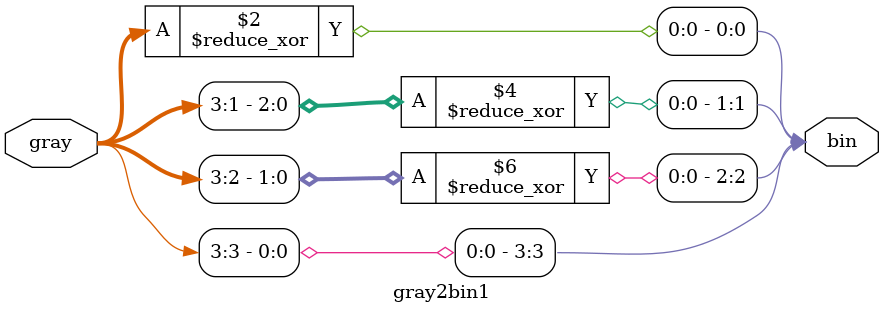
<source format=v>
module gray2bin1(
    bin, gray
    );
    parameter SIZE = 4; // this module is parameterizable
    output [SIZE-1:0] bin;
    input [SIZE-1:0] gray;
    genvar i;

    generate
        for(i=0; i<SIZE; i=i+1) begin :bit
            always @(gray[SIZE-1:i]) 
                bin[i] = ^gray[SIZE-1:i];
            end
    endgenerate
endmodule
</source>
